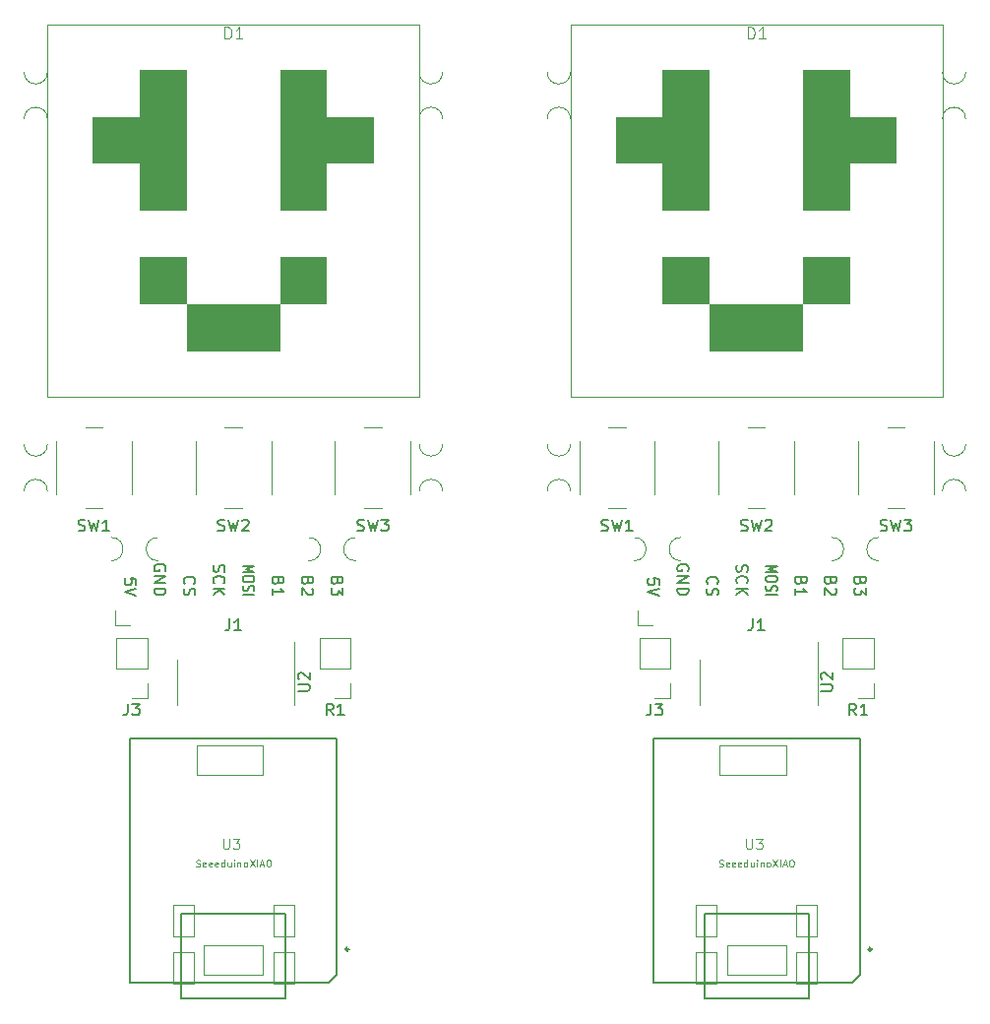
<source format=gbr>
%TF.GenerationSoftware,KiCad,Pcbnew,7.0.8*%
%TF.CreationDate,2024-02-08T03:58:00-08:00*%
%TF.ProjectId,panel,70616e65-6c2e-46b6-9963-61645f706362,rev?*%
%TF.SameCoordinates,Original*%
%TF.FileFunction,Legend,Top*%
%TF.FilePolarity,Positive*%
%FSLAX46Y46*%
G04 Gerber Fmt 4.6, Leading zero omitted, Abs format (unit mm)*
G04 Created by KiCad (PCBNEW 7.0.8) date 2024-02-08 03:58:00*
%MOMM*%
%LPD*%
G01*
G04 APERTURE LIST*
%ADD10C,0.150000*%
%ADD11C,0.100000*%
%ADD12C,0.101600*%
%ADD13C,0.076200*%
%ADD14C,0.120000*%
%ADD15C,0.127000*%
%ADD16C,0.066040*%
%ADD17C,0.254000*%
G04 APERTURE END LIST*
D10*
X132398990Y-76754363D02*
X132351371Y-76897220D01*
X132351371Y-76897220D02*
X132303752Y-76944839D01*
X132303752Y-76944839D02*
X132208514Y-76992458D01*
X132208514Y-76992458D02*
X132065657Y-76992458D01*
X132065657Y-76992458D02*
X131970419Y-76944839D01*
X131970419Y-76944839D02*
X131922800Y-76897220D01*
X131922800Y-76897220D02*
X131875180Y-76801982D01*
X131875180Y-76801982D02*
X131875180Y-76421030D01*
X131875180Y-76421030D02*
X132875180Y-76421030D01*
X132875180Y-76421030D02*
X132875180Y-76754363D01*
X132875180Y-76754363D02*
X132827561Y-76849601D01*
X132827561Y-76849601D02*
X132779942Y-76897220D01*
X132779942Y-76897220D02*
X132684704Y-76944839D01*
X132684704Y-76944839D02*
X132589466Y-76944839D01*
X132589466Y-76944839D02*
X132494228Y-76897220D01*
X132494228Y-76897220D02*
X132446609Y-76849601D01*
X132446609Y-76849601D02*
X132398990Y-76754363D01*
X132398990Y-76754363D02*
X132398990Y-76421030D01*
X132779942Y-77373411D02*
X132827561Y-77421030D01*
X132827561Y-77421030D02*
X132875180Y-77516268D01*
X132875180Y-77516268D02*
X132875180Y-77754363D01*
X132875180Y-77754363D02*
X132827561Y-77849601D01*
X132827561Y-77849601D02*
X132779942Y-77897220D01*
X132779942Y-77897220D02*
X132684704Y-77944839D01*
X132684704Y-77944839D02*
X132589466Y-77944839D01*
X132589466Y-77944839D02*
X132446609Y-77897220D01*
X132446609Y-77897220D02*
X131875180Y-77325792D01*
X131875180Y-77325792D02*
X131875180Y-77944839D01*
X165127561Y-75849601D02*
X165175180Y-75754363D01*
X165175180Y-75754363D02*
X165175180Y-75611506D01*
X165175180Y-75611506D02*
X165127561Y-75468649D01*
X165127561Y-75468649D02*
X165032323Y-75373411D01*
X165032323Y-75373411D02*
X164937085Y-75325792D01*
X164937085Y-75325792D02*
X164746609Y-75278173D01*
X164746609Y-75278173D02*
X164603752Y-75278173D01*
X164603752Y-75278173D02*
X164413276Y-75325792D01*
X164413276Y-75325792D02*
X164318038Y-75373411D01*
X164318038Y-75373411D02*
X164222800Y-75468649D01*
X164222800Y-75468649D02*
X164175180Y-75611506D01*
X164175180Y-75611506D02*
X164175180Y-75706744D01*
X164175180Y-75706744D02*
X164222800Y-75849601D01*
X164222800Y-75849601D02*
X164270419Y-75897220D01*
X164270419Y-75897220D02*
X164603752Y-75897220D01*
X164603752Y-75897220D02*
X164603752Y-75706744D01*
X164175180Y-76325792D02*
X165175180Y-76325792D01*
X165175180Y-76325792D02*
X164175180Y-76897220D01*
X164175180Y-76897220D02*
X165175180Y-76897220D01*
X164175180Y-77373411D02*
X165175180Y-77373411D01*
X165175180Y-77373411D02*
X165175180Y-77611506D01*
X165175180Y-77611506D02*
X165127561Y-77754363D01*
X165127561Y-77754363D02*
X165032323Y-77849601D01*
X165032323Y-77849601D02*
X164937085Y-77897220D01*
X164937085Y-77897220D02*
X164746609Y-77944839D01*
X164746609Y-77944839D02*
X164603752Y-77944839D01*
X164603752Y-77944839D02*
X164413276Y-77897220D01*
X164413276Y-77897220D02*
X164318038Y-77849601D01*
X164318038Y-77849601D02*
X164222800Y-77754363D01*
X164222800Y-77754363D02*
X164175180Y-77611506D01*
X164175180Y-77611506D02*
X164175180Y-77373411D01*
X121810419Y-76992458D02*
X121762800Y-76944839D01*
X121762800Y-76944839D02*
X121715180Y-76801982D01*
X121715180Y-76801982D02*
X121715180Y-76706744D01*
X121715180Y-76706744D02*
X121762800Y-76563887D01*
X121762800Y-76563887D02*
X121858038Y-76468649D01*
X121858038Y-76468649D02*
X121953276Y-76421030D01*
X121953276Y-76421030D02*
X122143752Y-76373411D01*
X122143752Y-76373411D02*
X122286609Y-76373411D01*
X122286609Y-76373411D02*
X122477085Y-76421030D01*
X122477085Y-76421030D02*
X122572323Y-76468649D01*
X122572323Y-76468649D02*
X122667561Y-76563887D01*
X122667561Y-76563887D02*
X122715180Y-76706744D01*
X122715180Y-76706744D02*
X122715180Y-76801982D01*
X122715180Y-76801982D02*
X122667561Y-76944839D01*
X122667561Y-76944839D02*
X122619942Y-76992458D01*
X121762800Y-77373411D02*
X121715180Y-77516268D01*
X121715180Y-77516268D02*
X121715180Y-77754363D01*
X121715180Y-77754363D02*
X121762800Y-77849601D01*
X121762800Y-77849601D02*
X121810419Y-77897220D01*
X121810419Y-77897220D02*
X121905657Y-77944839D01*
X121905657Y-77944839D02*
X122000895Y-77944839D01*
X122000895Y-77944839D02*
X122096133Y-77897220D01*
X122096133Y-77897220D02*
X122143752Y-77849601D01*
X122143752Y-77849601D02*
X122191371Y-77754363D01*
X122191371Y-77754363D02*
X122238990Y-77563887D01*
X122238990Y-77563887D02*
X122286609Y-77468649D01*
X122286609Y-77468649D02*
X122334228Y-77421030D01*
X122334228Y-77421030D02*
X122429466Y-77373411D01*
X122429466Y-77373411D02*
X122524704Y-77373411D01*
X122524704Y-77373411D02*
X122619942Y-77421030D01*
X122619942Y-77421030D02*
X122667561Y-77468649D01*
X122667561Y-77468649D02*
X122715180Y-77563887D01*
X122715180Y-77563887D02*
X122715180Y-77801982D01*
X122715180Y-77801982D02*
X122667561Y-77944839D01*
X126795180Y-75430554D02*
X127795180Y-75430554D01*
X127795180Y-75430554D02*
X127080895Y-75697220D01*
X127080895Y-75697220D02*
X127795180Y-75963887D01*
X127795180Y-75963887D02*
X126795180Y-75963887D01*
X127795180Y-76497221D02*
X127795180Y-76649602D01*
X127795180Y-76649602D02*
X127747561Y-76725792D01*
X127747561Y-76725792D02*
X127652323Y-76801983D01*
X127652323Y-76801983D02*
X127461847Y-76840078D01*
X127461847Y-76840078D02*
X127128514Y-76840078D01*
X127128514Y-76840078D02*
X126938038Y-76801983D01*
X126938038Y-76801983D02*
X126842800Y-76725792D01*
X126842800Y-76725792D02*
X126795180Y-76649602D01*
X126795180Y-76649602D02*
X126795180Y-76497221D01*
X126795180Y-76497221D02*
X126842800Y-76421030D01*
X126842800Y-76421030D02*
X126938038Y-76344840D01*
X126938038Y-76344840D02*
X127128514Y-76306744D01*
X127128514Y-76306744D02*
X127461847Y-76306744D01*
X127461847Y-76306744D02*
X127652323Y-76344840D01*
X127652323Y-76344840D02*
X127747561Y-76421030D01*
X127747561Y-76421030D02*
X127795180Y-76497221D01*
X126842800Y-77144839D02*
X126795180Y-77259125D01*
X126795180Y-77259125D02*
X126795180Y-77449601D01*
X126795180Y-77449601D02*
X126842800Y-77525792D01*
X126842800Y-77525792D02*
X126890419Y-77563887D01*
X126890419Y-77563887D02*
X126985657Y-77601982D01*
X126985657Y-77601982D02*
X127080895Y-77601982D01*
X127080895Y-77601982D02*
X127176133Y-77563887D01*
X127176133Y-77563887D02*
X127223752Y-77525792D01*
X127223752Y-77525792D02*
X127271371Y-77449601D01*
X127271371Y-77449601D02*
X127318990Y-77297220D01*
X127318990Y-77297220D02*
X127366609Y-77221030D01*
X127366609Y-77221030D02*
X127414228Y-77182935D01*
X127414228Y-77182935D02*
X127509466Y-77144839D01*
X127509466Y-77144839D02*
X127604704Y-77144839D01*
X127604704Y-77144839D02*
X127699942Y-77182935D01*
X127699942Y-77182935D02*
X127747561Y-77221030D01*
X127747561Y-77221030D02*
X127795180Y-77297220D01*
X127795180Y-77297220D02*
X127795180Y-77487697D01*
X127795180Y-77487697D02*
X127747561Y-77601982D01*
X126795180Y-77944840D02*
X127795180Y-77944840D01*
X169302800Y-75373411D02*
X169255180Y-75516268D01*
X169255180Y-75516268D02*
X169255180Y-75754363D01*
X169255180Y-75754363D02*
X169302800Y-75849601D01*
X169302800Y-75849601D02*
X169350419Y-75897220D01*
X169350419Y-75897220D02*
X169445657Y-75944839D01*
X169445657Y-75944839D02*
X169540895Y-75944839D01*
X169540895Y-75944839D02*
X169636133Y-75897220D01*
X169636133Y-75897220D02*
X169683752Y-75849601D01*
X169683752Y-75849601D02*
X169731371Y-75754363D01*
X169731371Y-75754363D02*
X169778990Y-75563887D01*
X169778990Y-75563887D02*
X169826609Y-75468649D01*
X169826609Y-75468649D02*
X169874228Y-75421030D01*
X169874228Y-75421030D02*
X169969466Y-75373411D01*
X169969466Y-75373411D02*
X170064704Y-75373411D01*
X170064704Y-75373411D02*
X170159942Y-75421030D01*
X170159942Y-75421030D02*
X170207561Y-75468649D01*
X170207561Y-75468649D02*
X170255180Y-75563887D01*
X170255180Y-75563887D02*
X170255180Y-75801982D01*
X170255180Y-75801982D02*
X170207561Y-75944839D01*
X169350419Y-76944839D02*
X169302800Y-76897220D01*
X169302800Y-76897220D02*
X169255180Y-76754363D01*
X169255180Y-76754363D02*
X169255180Y-76659125D01*
X169255180Y-76659125D02*
X169302800Y-76516268D01*
X169302800Y-76516268D02*
X169398038Y-76421030D01*
X169398038Y-76421030D02*
X169493276Y-76373411D01*
X169493276Y-76373411D02*
X169683752Y-76325792D01*
X169683752Y-76325792D02*
X169826609Y-76325792D01*
X169826609Y-76325792D02*
X170017085Y-76373411D01*
X170017085Y-76373411D02*
X170112323Y-76421030D01*
X170112323Y-76421030D02*
X170207561Y-76516268D01*
X170207561Y-76516268D02*
X170255180Y-76659125D01*
X170255180Y-76659125D02*
X170255180Y-76754363D01*
X170255180Y-76754363D02*
X170207561Y-76897220D01*
X170207561Y-76897220D02*
X170159942Y-76944839D01*
X169255180Y-77373411D02*
X170255180Y-77373411D01*
X169255180Y-77944839D02*
X169826609Y-77516268D01*
X170255180Y-77944839D02*
X169683752Y-77373411D01*
X129858990Y-76754363D02*
X129811371Y-76897220D01*
X129811371Y-76897220D02*
X129763752Y-76944839D01*
X129763752Y-76944839D02*
X129668514Y-76992458D01*
X129668514Y-76992458D02*
X129525657Y-76992458D01*
X129525657Y-76992458D02*
X129430419Y-76944839D01*
X129430419Y-76944839D02*
X129382800Y-76897220D01*
X129382800Y-76897220D02*
X129335180Y-76801982D01*
X129335180Y-76801982D02*
X129335180Y-76421030D01*
X129335180Y-76421030D02*
X130335180Y-76421030D01*
X130335180Y-76421030D02*
X130335180Y-76754363D01*
X130335180Y-76754363D02*
X130287561Y-76849601D01*
X130287561Y-76849601D02*
X130239942Y-76897220D01*
X130239942Y-76897220D02*
X130144704Y-76944839D01*
X130144704Y-76944839D02*
X130049466Y-76944839D01*
X130049466Y-76944839D02*
X129954228Y-76897220D01*
X129954228Y-76897220D02*
X129906609Y-76849601D01*
X129906609Y-76849601D02*
X129858990Y-76754363D01*
X129858990Y-76754363D02*
X129858990Y-76421030D01*
X129335180Y-77944839D02*
X129335180Y-77373411D01*
X129335180Y-77659125D02*
X130335180Y-77659125D01*
X130335180Y-77659125D02*
X130192323Y-77563887D01*
X130192323Y-77563887D02*
X130097085Y-77468649D01*
X130097085Y-77468649D02*
X130049466Y-77373411D01*
X124302800Y-75373411D02*
X124255180Y-75516268D01*
X124255180Y-75516268D02*
X124255180Y-75754363D01*
X124255180Y-75754363D02*
X124302800Y-75849601D01*
X124302800Y-75849601D02*
X124350419Y-75897220D01*
X124350419Y-75897220D02*
X124445657Y-75944839D01*
X124445657Y-75944839D02*
X124540895Y-75944839D01*
X124540895Y-75944839D02*
X124636133Y-75897220D01*
X124636133Y-75897220D02*
X124683752Y-75849601D01*
X124683752Y-75849601D02*
X124731371Y-75754363D01*
X124731371Y-75754363D02*
X124778990Y-75563887D01*
X124778990Y-75563887D02*
X124826609Y-75468649D01*
X124826609Y-75468649D02*
X124874228Y-75421030D01*
X124874228Y-75421030D02*
X124969466Y-75373411D01*
X124969466Y-75373411D02*
X125064704Y-75373411D01*
X125064704Y-75373411D02*
X125159942Y-75421030D01*
X125159942Y-75421030D02*
X125207561Y-75468649D01*
X125207561Y-75468649D02*
X125255180Y-75563887D01*
X125255180Y-75563887D02*
X125255180Y-75801982D01*
X125255180Y-75801982D02*
X125207561Y-75944839D01*
X124350419Y-76944839D02*
X124302800Y-76897220D01*
X124302800Y-76897220D02*
X124255180Y-76754363D01*
X124255180Y-76754363D02*
X124255180Y-76659125D01*
X124255180Y-76659125D02*
X124302800Y-76516268D01*
X124302800Y-76516268D02*
X124398038Y-76421030D01*
X124398038Y-76421030D02*
X124493276Y-76373411D01*
X124493276Y-76373411D02*
X124683752Y-76325792D01*
X124683752Y-76325792D02*
X124826609Y-76325792D01*
X124826609Y-76325792D02*
X125017085Y-76373411D01*
X125017085Y-76373411D02*
X125112323Y-76421030D01*
X125112323Y-76421030D02*
X125207561Y-76516268D01*
X125207561Y-76516268D02*
X125255180Y-76659125D01*
X125255180Y-76659125D02*
X125255180Y-76754363D01*
X125255180Y-76754363D02*
X125207561Y-76897220D01*
X125207561Y-76897220D02*
X125159942Y-76944839D01*
X124255180Y-77373411D02*
X125255180Y-77373411D01*
X124255180Y-77944839D02*
X124826609Y-77516268D01*
X125255180Y-77944839D02*
X124683752Y-77373411D01*
X134938990Y-76754363D02*
X134891371Y-76897220D01*
X134891371Y-76897220D02*
X134843752Y-76944839D01*
X134843752Y-76944839D02*
X134748514Y-76992458D01*
X134748514Y-76992458D02*
X134605657Y-76992458D01*
X134605657Y-76992458D02*
X134510419Y-76944839D01*
X134510419Y-76944839D02*
X134462800Y-76897220D01*
X134462800Y-76897220D02*
X134415180Y-76801982D01*
X134415180Y-76801982D02*
X134415180Y-76421030D01*
X134415180Y-76421030D02*
X135415180Y-76421030D01*
X135415180Y-76421030D02*
X135415180Y-76754363D01*
X135415180Y-76754363D02*
X135367561Y-76849601D01*
X135367561Y-76849601D02*
X135319942Y-76897220D01*
X135319942Y-76897220D02*
X135224704Y-76944839D01*
X135224704Y-76944839D02*
X135129466Y-76944839D01*
X135129466Y-76944839D02*
X135034228Y-76897220D01*
X135034228Y-76897220D02*
X134986609Y-76849601D01*
X134986609Y-76849601D02*
X134938990Y-76754363D01*
X134938990Y-76754363D02*
X134938990Y-76421030D01*
X135415180Y-77325792D02*
X135415180Y-77944839D01*
X135415180Y-77944839D02*
X135034228Y-77611506D01*
X135034228Y-77611506D02*
X135034228Y-77754363D01*
X135034228Y-77754363D02*
X134986609Y-77849601D01*
X134986609Y-77849601D02*
X134938990Y-77897220D01*
X134938990Y-77897220D02*
X134843752Y-77944839D01*
X134843752Y-77944839D02*
X134605657Y-77944839D01*
X134605657Y-77944839D02*
X134510419Y-77897220D01*
X134510419Y-77897220D02*
X134462800Y-77849601D01*
X134462800Y-77849601D02*
X134415180Y-77754363D01*
X134415180Y-77754363D02*
X134415180Y-77468649D01*
X134415180Y-77468649D02*
X134462800Y-77373411D01*
X134462800Y-77373411D02*
X134510419Y-77325792D01*
X166810419Y-76992458D02*
X166762800Y-76944839D01*
X166762800Y-76944839D02*
X166715180Y-76801982D01*
X166715180Y-76801982D02*
X166715180Y-76706744D01*
X166715180Y-76706744D02*
X166762800Y-76563887D01*
X166762800Y-76563887D02*
X166858038Y-76468649D01*
X166858038Y-76468649D02*
X166953276Y-76421030D01*
X166953276Y-76421030D02*
X167143752Y-76373411D01*
X167143752Y-76373411D02*
X167286609Y-76373411D01*
X167286609Y-76373411D02*
X167477085Y-76421030D01*
X167477085Y-76421030D02*
X167572323Y-76468649D01*
X167572323Y-76468649D02*
X167667561Y-76563887D01*
X167667561Y-76563887D02*
X167715180Y-76706744D01*
X167715180Y-76706744D02*
X167715180Y-76801982D01*
X167715180Y-76801982D02*
X167667561Y-76944839D01*
X167667561Y-76944839D02*
X167619942Y-76992458D01*
X166762800Y-77373411D02*
X166715180Y-77516268D01*
X166715180Y-77516268D02*
X166715180Y-77754363D01*
X166715180Y-77754363D02*
X166762800Y-77849601D01*
X166762800Y-77849601D02*
X166810419Y-77897220D01*
X166810419Y-77897220D02*
X166905657Y-77944839D01*
X166905657Y-77944839D02*
X167000895Y-77944839D01*
X167000895Y-77944839D02*
X167096133Y-77897220D01*
X167096133Y-77897220D02*
X167143752Y-77849601D01*
X167143752Y-77849601D02*
X167191371Y-77754363D01*
X167191371Y-77754363D02*
X167238990Y-77563887D01*
X167238990Y-77563887D02*
X167286609Y-77468649D01*
X167286609Y-77468649D02*
X167334228Y-77421030D01*
X167334228Y-77421030D02*
X167429466Y-77373411D01*
X167429466Y-77373411D02*
X167524704Y-77373411D01*
X167524704Y-77373411D02*
X167619942Y-77421030D01*
X167619942Y-77421030D02*
X167667561Y-77468649D01*
X167667561Y-77468649D02*
X167715180Y-77563887D01*
X167715180Y-77563887D02*
X167715180Y-77801982D01*
X167715180Y-77801982D02*
X167667561Y-77944839D01*
X162635180Y-77040077D02*
X162635180Y-76563887D01*
X162635180Y-76563887D02*
X162158990Y-76516268D01*
X162158990Y-76516268D02*
X162206609Y-76563887D01*
X162206609Y-76563887D02*
X162254228Y-76659125D01*
X162254228Y-76659125D02*
X162254228Y-76897220D01*
X162254228Y-76897220D02*
X162206609Y-76992458D01*
X162206609Y-76992458D02*
X162158990Y-77040077D01*
X162158990Y-77040077D02*
X162063752Y-77087696D01*
X162063752Y-77087696D02*
X161825657Y-77087696D01*
X161825657Y-77087696D02*
X161730419Y-77040077D01*
X161730419Y-77040077D02*
X161682800Y-76992458D01*
X161682800Y-76992458D02*
X161635180Y-76897220D01*
X161635180Y-76897220D02*
X161635180Y-76659125D01*
X161635180Y-76659125D02*
X161682800Y-76563887D01*
X161682800Y-76563887D02*
X161730419Y-76516268D01*
X162635180Y-77373411D02*
X161635180Y-77706744D01*
X161635180Y-77706744D02*
X162635180Y-78040077D01*
X174858990Y-76754363D02*
X174811371Y-76897220D01*
X174811371Y-76897220D02*
X174763752Y-76944839D01*
X174763752Y-76944839D02*
X174668514Y-76992458D01*
X174668514Y-76992458D02*
X174525657Y-76992458D01*
X174525657Y-76992458D02*
X174430419Y-76944839D01*
X174430419Y-76944839D02*
X174382800Y-76897220D01*
X174382800Y-76897220D02*
X174335180Y-76801982D01*
X174335180Y-76801982D02*
X174335180Y-76421030D01*
X174335180Y-76421030D02*
X175335180Y-76421030D01*
X175335180Y-76421030D02*
X175335180Y-76754363D01*
X175335180Y-76754363D02*
X175287561Y-76849601D01*
X175287561Y-76849601D02*
X175239942Y-76897220D01*
X175239942Y-76897220D02*
X175144704Y-76944839D01*
X175144704Y-76944839D02*
X175049466Y-76944839D01*
X175049466Y-76944839D02*
X174954228Y-76897220D01*
X174954228Y-76897220D02*
X174906609Y-76849601D01*
X174906609Y-76849601D02*
X174858990Y-76754363D01*
X174858990Y-76754363D02*
X174858990Y-76421030D01*
X174335180Y-77944839D02*
X174335180Y-77373411D01*
X174335180Y-77659125D02*
X175335180Y-77659125D01*
X175335180Y-77659125D02*
X175192323Y-77563887D01*
X175192323Y-77563887D02*
X175097085Y-77468649D01*
X175097085Y-77468649D02*
X175049466Y-77373411D01*
X179938990Y-76754363D02*
X179891371Y-76897220D01*
X179891371Y-76897220D02*
X179843752Y-76944839D01*
X179843752Y-76944839D02*
X179748514Y-76992458D01*
X179748514Y-76992458D02*
X179605657Y-76992458D01*
X179605657Y-76992458D02*
X179510419Y-76944839D01*
X179510419Y-76944839D02*
X179462800Y-76897220D01*
X179462800Y-76897220D02*
X179415180Y-76801982D01*
X179415180Y-76801982D02*
X179415180Y-76421030D01*
X179415180Y-76421030D02*
X180415180Y-76421030D01*
X180415180Y-76421030D02*
X180415180Y-76754363D01*
X180415180Y-76754363D02*
X180367561Y-76849601D01*
X180367561Y-76849601D02*
X180319942Y-76897220D01*
X180319942Y-76897220D02*
X180224704Y-76944839D01*
X180224704Y-76944839D02*
X180129466Y-76944839D01*
X180129466Y-76944839D02*
X180034228Y-76897220D01*
X180034228Y-76897220D02*
X179986609Y-76849601D01*
X179986609Y-76849601D02*
X179938990Y-76754363D01*
X179938990Y-76754363D02*
X179938990Y-76421030D01*
X180415180Y-77325792D02*
X180415180Y-77944839D01*
X180415180Y-77944839D02*
X180034228Y-77611506D01*
X180034228Y-77611506D02*
X180034228Y-77754363D01*
X180034228Y-77754363D02*
X179986609Y-77849601D01*
X179986609Y-77849601D02*
X179938990Y-77897220D01*
X179938990Y-77897220D02*
X179843752Y-77944839D01*
X179843752Y-77944839D02*
X179605657Y-77944839D01*
X179605657Y-77944839D02*
X179510419Y-77897220D01*
X179510419Y-77897220D02*
X179462800Y-77849601D01*
X179462800Y-77849601D02*
X179415180Y-77754363D01*
X179415180Y-77754363D02*
X179415180Y-77468649D01*
X179415180Y-77468649D02*
X179462800Y-77373411D01*
X179462800Y-77373411D02*
X179510419Y-77325792D01*
X177398990Y-76754363D02*
X177351371Y-76897220D01*
X177351371Y-76897220D02*
X177303752Y-76944839D01*
X177303752Y-76944839D02*
X177208514Y-76992458D01*
X177208514Y-76992458D02*
X177065657Y-76992458D01*
X177065657Y-76992458D02*
X176970419Y-76944839D01*
X176970419Y-76944839D02*
X176922800Y-76897220D01*
X176922800Y-76897220D02*
X176875180Y-76801982D01*
X176875180Y-76801982D02*
X176875180Y-76421030D01*
X176875180Y-76421030D02*
X177875180Y-76421030D01*
X177875180Y-76421030D02*
X177875180Y-76754363D01*
X177875180Y-76754363D02*
X177827561Y-76849601D01*
X177827561Y-76849601D02*
X177779942Y-76897220D01*
X177779942Y-76897220D02*
X177684704Y-76944839D01*
X177684704Y-76944839D02*
X177589466Y-76944839D01*
X177589466Y-76944839D02*
X177494228Y-76897220D01*
X177494228Y-76897220D02*
X177446609Y-76849601D01*
X177446609Y-76849601D02*
X177398990Y-76754363D01*
X177398990Y-76754363D02*
X177398990Y-76421030D01*
X177779942Y-77373411D02*
X177827561Y-77421030D01*
X177827561Y-77421030D02*
X177875180Y-77516268D01*
X177875180Y-77516268D02*
X177875180Y-77754363D01*
X177875180Y-77754363D02*
X177827561Y-77849601D01*
X177827561Y-77849601D02*
X177779942Y-77897220D01*
X177779942Y-77897220D02*
X177684704Y-77944839D01*
X177684704Y-77944839D02*
X177589466Y-77944839D01*
X177589466Y-77944839D02*
X177446609Y-77897220D01*
X177446609Y-77897220D02*
X176875180Y-77325792D01*
X176875180Y-77325792D02*
X176875180Y-77944839D01*
X117635180Y-77040077D02*
X117635180Y-76563887D01*
X117635180Y-76563887D02*
X117158990Y-76516268D01*
X117158990Y-76516268D02*
X117206609Y-76563887D01*
X117206609Y-76563887D02*
X117254228Y-76659125D01*
X117254228Y-76659125D02*
X117254228Y-76897220D01*
X117254228Y-76897220D02*
X117206609Y-76992458D01*
X117206609Y-76992458D02*
X117158990Y-77040077D01*
X117158990Y-77040077D02*
X117063752Y-77087696D01*
X117063752Y-77087696D02*
X116825657Y-77087696D01*
X116825657Y-77087696D02*
X116730419Y-77040077D01*
X116730419Y-77040077D02*
X116682800Y-76992458D01*
X116682800Y-76992458D02*
X116635180Y-76897220D01*
X116635180Y-76897220D02*
X116635180Y-76659125D01*
X116635180Y-76659125D02*
X116682800Y-76563887D01*
X116682800Y-76563887D02*
X116730419Y-76516268D01*
X117635180Y-77373411D02*
X116635180Y-77706744D01*
X116635180Y-77706744D02*
X117635180Y-78040077D01*
X120127561Y-75849601D02*
X120175180Y-75754363D01*
X120175180Y-75754363D02*
X120175180Y-75611506D01*
X120175180Y-75611506D02*
X120127561Y-75468649D01*
X120127561Y-75468649D02*
X120032323Y-75373411D01*
X120032323Y-75373411D02*
X119937085Y-75325792D01*
X119937085Y-75325792D02*
X119746609Y-75278173D01*
X119746609Y-75278173D02*
X119603752Y-75278173D01*
X119603752Y-75278173D02*
X119413276Y-75325792D01*
X119413276Y-75325792D02*
X119318038Y-75373411D01*
X119318038Y-75373411D02*
X119222800Y-75468649D01*
X119222800Y-75468649D02*
X119175180Y-75611506D01*
X119175180Y-75611506D02*
X119175180Y-75706744D01*
X119175180Y-75706744D02*
X119222800Y-75849601D01*
X119222800Y-75849601D02*
X119270419Y-75897220D01*
X119270419Y-75897220D02*
X119603752Y-75897220D01*
X119603752Y-75897220D02*
X119603752Y-75706744D01*
X119175180Y-76325792D02*
X120175180Y-76325792D01*
X120175180Y-76325792D02*
X119175180Y-76897220D01*
X119175180Y-76897220D02*
X120175180Y-76897220D01*
X119175180Y-77373411D02*
X120175180Y-77373411D01*
X120175180Y-77373411D02*
X120175180Y-77611506D01*
X120175180Y-77611506D02*
X120127561Y-77754363D01*
X120127561Y-77754363D02*
X120032323Y-77849601D01*
X120032323Y-77849601D02*
X119937085Y-77897220D01*
X119937085Y-77897220D02*
X119746609Y-77944839D01*
X119746609Y-77944839D02*
X119603752Y-77944839D01*
X119603752Y-77944839D02*
X119413276Y-77897220D01*
X119413276Y-77897220D02*
X119318038Y-77849601D01*
X119318038Y-77849601D02*
X119222800Y-77754363D01*
X119222800Y-77754363D02*
X119175180Y-77611506D01*
X119175180Y-77611506D02*
X119175180Y-77373411D01*
X171795180Y-75430554D02*
X172795180Y-75430554D01*
X172795180Y-75430554D02*
X172080895Y-75697220D01*
X172080895Y-75697220D02*
X172795180Y-75963887D01*
X172795180Y-75963887D02*
X171795180Y-75963887D01*
X172795180Y-76497221D02*
X172795180Y-76649602D01*
X172795180Y-76649602D02*
X172747561Y-76725792D01*
X172747561Y-76725792D02*
X172652323Y-76801983D01*
X172652323Y-76801983D02*
X172461847Y-76840078D01*
X172461847Y-76840078D02*
X172128514Y-76840078D01*
X172128514Y-76840078D02*
X171938038Y-76801983D01*
X171938038Y-76801983D02*
X171842800Y-76725792D01*
X171842800Y-76725792D02*
X171795180Y-76649602D01*
X171795180Y-76649602D02*
X171795180Y-76497221D01*
X171795180Y-76497221D02*
X171842800Y-76421030D01*
X171842800Y-76421030D02*
X171938038Y-76344840D01*
X171938038Y-76344840D02*
X172128514Y-76306744D01*
X172128514Y-76306744D02*
X172461847Y-76306744D01*
X172461847Y-76306744D02*
X172652323Y-76344840D01*
X172652323Y-76344840D02*
X172747561Y-76421030D01*
X172747561Y-76421030D02*
X172795180Y-76497221D01*
X171842800Y-77144839D02*
X171795180Y-77259125D01*
X171795180Y-77259125D02*
X171795180Y-77449601D01*
X171795180Y-77449601D02*
X171842800Y-77525792D01*
X171842800Y-77525792D02*
X171890419Y-77563887D01*
X171890419Y-77563887D02*
X171985657Y-77601982D01*
X171985657Y-77601982D02*
X172080895Y-77601982D01*
X172080895Y-77601982D02*
X172176133Y-77563887D01*
X172176133Y-77563887D02*
X172223752Y-77525792D01*
X172223752Y-77525792D02*
X172271371Y-77449601D01*
X172271371Y-77449601D02*
X172318990Y-77297220D01*
X172318990Y-77297220D02*
X172366609Y-77221030D01*
X172366609Y-77221030D02*
X172414228Y-77182935D01*
X172414228Y-77182935D02*
X172509466Y-77144839D01*
X172509466Y-77144839D02*
X172604704Y-77144839D01*
X172604704Y-77144839D02*
X172699942Y-77182935D01*
X172699942Y-77182935D02*
X172747561Y-77221030D01*
X172747561Y-77221030D02*
X172795180Y-77297220D01*
X172795180Y-77297220D02*
X172795180Y-77487697D01*
X172795180Y-77487697D02*
X172747561Y-77601982D01*
X171795180Y-77944840D02*
X172795180Y-77944840D01*
X170666666Y-79974819D02*
X170666666Y-80689104D01*
X170666666Y-80689104D02*
X170619047Y-80831961D01*
X170619047Y-80831961D02*
X170523809Y-80927200D01*
X170523809Y-80927200D02*
X170380952Y-80974819D01*
X170380952Y-80974819D02*
X170285714Y-80974819D01*
X171666666Y-80974819D02*
X171095238Y-80974819D01*
X171380952Y-80974819D02*
X171380952Y-79974819D01*
X171380952Y-79974819D02*
X171285714Y-80117676D01*
X171285714Y-80117676D02*
X171190476Y-80212914D01*
X171190476Y-80212914D02*
X171095238Y-80260533D01*
X176549819Y-86186904D02*
X177359342Y-86186904D01*
X177359342Y-86186904D02*
X177454580Y-86139285D01*
X177454580Y-86139285D02*
X177502200Y-86091666D01*
X177502200Y-86091666D02*
X177549819Y-85996428D01*
X177549819Y-85996428D02*
X177549819Y-85805952D01*
X177549819Y-85805952D02*
X177502200Y-85710714D01*
X177502200Y-85710714D02*
X177454580Y-85663095D01*
X177454580Y-85663095D02*
X177359342Y-85615476D01*
X177359342Y-85615476D02*
X176549819Y-85615476D01*
X176645057Y-85186904D02*
X176597438Y-85139285D01*
X176597438Y-85139285D02*
X176549819Y-85044047D01*
X176549819Y-85044047D02*
X176549819Y-84805952D01*
X176549819Y-84805952D02*
X176597438Y-84710714D01*
X176597438Y-84710714D02*
X176645057Y-84663095D01*
X176645057Y-84663095D02*
X176740295Y-84615476D01*
X176740295Y-84615476D02*
X176835533Y-84615476D01*
X176835533Y-84615476D02*
X176978390Y-84663095D01*
X176978390Y-84663095D02*
X177549819Y-85234523D01*
X177549819Y-85234523D02*
X177549819Y-84615476D01*
D11*
X170261905Y-30107419D02*
X170261905Y-29107419D01*
X170261905Y-29107419D02*
X170500000Y-29107419D01*
X170500000Y-29107419D02*
X170642857Y-29155038D01*
X170642857Y-29155038D02*
X170738095Y-29250276D01*
X170738095Y-29250276D02*
X170785714Y-29345514D01*
X170785714Y-29345514D02*
X170833333Y-29535990D01*
X170833333Y-29535990D02*
X170833333Y-29678847D01*
X170833333Y-29678847D02*
X170785714Y-29869323D01*
X170785714Y-29869323D02*
X170738095Y-29964561D01*
X170738095Y-29964561D02*
X170642857Y-30059800D01*
X170642857Y-30059800D02*
X170500000Y-30107419D01*
X170500000Y-30107419D02*
X170261905Y-30107419D01*
X171785714Y-30107419D02*
X171214286Y-30107419D01*
X171500000Y-30107419D02*
X171500000Y-29107419D01*
X171500000Y-29107419D02*
X171404762Y-29250276D01*
X171404762Y-29250276D02*
X171309524Y-29345514D01*
X171309524Y-29345514D02*
X171214286Y-29393133D01*
D10*
X181666667Y-72407200D02*
X181809524Y-72454819D01*
X181809524Y-72454819D02*
X182047619Y-72454819D01*
X182047619Y-72454819D02*
X182142857Y-72407200D01*
X182142857Y-72407200D02*
X182190476Y-72359580D01*
X182190476Y-72359580D02*
X182238095Y-72264342D01*
X182238095Y-72264342D02*
X182238095Y-72169104D01*
X182238095Y-72169104D02*
X182190476Y-72073866D01*
X182190476Y-72073866D02*
X182142857Y-72026247D01*
X182142857Y-72026247D02*
X182047619Y-71978628D01*
X182047619Y-71978628D02*
X181857143Y-71931009D01*
X181857143Y-71931009D02*
X181761905Y-71883390D01*
X181761905Y-71883390D02*
X181714286Y-71835771D01*
X181714286Y-71835771D02*
X181666667Y-71740533D01*
X181666667Y-71740533D02*
X181666667Y-71645295D01*
X181666667Y-71645295D02*
X181714286Y-71550057D01*
X181714286Y-71550057D02*
X181761905Y-71502438D01*
X181761905Y-71502438D02*
X181857143Y-71454819D01*
X181857143Y-71454819D02*
X182095238Y-71454819D01*
X182095238Y-71454819D02*
X182238095Y-71502438D01*
X182571429Y-71454819D02*
X182809524Y-72454819D01*
X182809524Y-72454819D02*
X183000000Y-71740533D01*
X183000000Y-71740533D02*
X183190476Y-72454819D01*
X183190476Y-72454819D02*
X183428572Y-71454819D01*
X183714286Y-71454819D02*
X184333333Y-71454819D01*
X184333333Y-71454819D02*
X184000000Y-71835771D01*
X184000000Y-71835771D02*
X184142857Y-71835771D01*
X184142857Y-71835771D02*
X184238095Y-71883390D01*
X184238095Y-71883390D02*
X184285714Y-71931009D01*
X184285714Y-71931009D02*
X184333333Y-72026247D01*
X184333333Y-72026247D02*
X184333333Y-72264342D01*
X184333333Y-72264342D02*
X184285714Y-72359580D01*
X184285714Y-72359580D02*
X184238095Y-72407200D01*
X184238095Y-72407200D02*
X184142857Y-72454819D01*
X184142857Y-72454819D02*
X183857143Y-72454819D01*
X183857143Y-72454819D02*
X183761905Y-72407200D01*
X183761905Y-72407200D02*
X183714286Y-72359580D01*
X112666667Y-72407200D02*
X112809524Y-72454819D01*
X112809524Y-72454819D02*
X113047619Y-72454819D01*
X113047619Y-72454819D02*
X113142857Y-72407200D01*
X113142857Y-72407200D02*
X113190476Y-72359580D01*
X113190476Y-72359580D02*
X113238095Y-72264342D01*
X113238095Y-72264342D02*
X113238095Y-72169104D01*
X113238095Y-72169104D02*
X113190476Y-72073866D01*
X113190476Y-72073866D02*
X113142857Y-72026247D01*
X113142857Y-72026247D02*
X113047619Y-71978628D01*
X113047619Y-71978628D02*
X112857143Y-71931009D01*
X112857143Y-71931009D02*
X112761905Y-71883390D01*
X112761905Y-71883390D02*
X112714286Y-71835771D01*
X112714286Y-71835771D02*
X112666667Y-71740533D01*
X112666667Y-71740533D02*
X112666667Y-71645295D01*
X112666667Y-71645295D02*
X112714286Y-71550057D01*
X112714286Y-71550057D02*
X112761905Y-71502438D01*
X112761905Y-71502438D02*
X112857143Y-71454819D01*
X112857143Y-71454819D02*
X113095238Y-71454819D01*
X113095238Y-71454819D02*
X113238095Y-71502438D01*
X113571429Y-71454819D02*
X113809524Y-72454819D01*
X113809524Y-72454819D02*
X114000000Y-71740533D01*
X114000000Y-71740533D02*
X114190476Y-72454819D01*
X114190476Y-72454819D02*
X114428572Y-71454819D01*
X115333333Y-72454819D02*
X114761905Y-72454819D01*
X115047619Y-72454819D02*
X115047619Y-71454819D01*
X115047619Y-71454819D02*
X114952381Y-71597676D01*
X114952381Y-71597676D02*
X114857143Y-71692914D01*
X114857143Y-71692914D02*
X114761905Y-71740533D01*
X125666666Y-79974819D02*
X125666666Y-80689104D01*
X125666666Y-80689104D02*
X125619047Y-80831961D01*
X125619047Y-80831961D02*
X125523809Y-80927200D01*
X125523809Y-80927200D02*
X125380952Y-80974819D01*
X125380952Y-80974819D02*
X125285714Y-80974819D01*
X126666666Y-80974819D02*
X126095238Y-80974819D01*
X126380952Y-80974819D02*
X126380952Y-79974819D01*
X126380952Y-79974819D02*
X126285714Y-80117676D01*
X126285714Y-80117676D02*
X126190476Y-80212914D01*
X126190476Y-80212914D02*
X126095238Y-80260533D01*
D11*
X125261905Y-30107419D02*
X125261905Y-29107419D01*
X125261905Y-29107419D02*
X125500000Y-29107419D01*
X125500000Y-29107419D02*
X125642857Y-29155038D01*
X125642857Y-29155038D02*
X125738095Y-29250276D01*
X125738095Y-29250276D02*
X125785714Y-29345514D01*
X125785714Y-29345514D02*
X125833333Y-29535990D01*
X125833333Y-29535990D02*
X125833333Y-29678847D01*
X125833333Y-29678847D02*
X125785714Y-29869323D01*
X125785714Y-29869323D02*
X125738095Y-29964561D01*
X125738095Y-29964561D02*
X125642857Y-30059800D01*
X125642857Y-30059800D02*
X125500000Y-30107419D01*
X125500000Y-30107419D02*
X125261905Y-30107419D01*
X126785714Y-30107419D02*
X126214286Y-30107419D01*
X126500000Y-30107419D02*
X126500000Y-29107419D01*
X126500000Y-29107419D02*
X126404762Y-29250276D01*
X126404762Y-29250276D02*
X126309524Y-29345514D01*
X126309524Y-29345514D02*
X126214286Y-29393133D01*
D10*
X161916666Y-87284819D02*
X161916666Y-87999104D01*
X161916666Y-87999104D02*
X161869047Y-88141961D01*
X161869047Y-88141961D02*
X161773809Y-88237200D01*
X161773809Y-88237200D02*
X161630952Y-88284819D01*
X161630952Y-88284819D02*
X161535714Y-88284819D01*
X162297619Y-87284819D02*
X162916666Y-87284819D01*
X162916666Y-87284819D02*
X162583333Y-87665771D01*
X162583333Y-87665771D02*
X162726190Y-87665771D01*
X162726190Y-87665771D02*
X162821428Y-87713390D01*
X162821428Y-87713390D02*
X162869047Y-87761009D01*
X162869047Y-87761009D02*
X162916666Y-87856247D01*
X162916666Y-87856247D02*
X162916666Y-88094342D01*
X162916666Y-88094342D02*
X162869047Y-88189580D01*
X162869047Y-88189580D02*
X162821428Y-88237200D01*
X162821428Y-88237200D02*
X162726190Y-88284819D01*
X162726190Y-88284819D02*
X162440476Y-88284819D01*
X162440476Y-88284819D02*
X162345238Y-88237200D01*
X162345238Y-88237200D02*
X162297619Y-88189580D01*
X124666667Y-72407200D02*
X124809524Y-72454819D01*
X124809524Y-72454819D02*
X125047619Y-72454819D01*
X125047619Y-72454819D02*
X125142857Y-72407200D01*
X125142857Y-72407200D02*
X125190476Y-72359580D01*
X125190476Y-72359580D02*
X125238095Y-72264342D01*
X125238095Y-72264342D02*
X125238095Y-72169104D01*
X125238095Y-72169104D02*
X125190476Y-72073866D01*
X125190476Y-72073866D02*
X125142857Y-72026247D01*
X125142857Y-72026247D02*
X125047619Y-71978628D01*
X125047619Y-71978628D02*
X124857143Y-71931009D01*
X124857143Y-71931009D02*
X124761905Y-71883390D01*
X124761905Y-71883390D02*
X124714286Y-71835771D01*
X124714286Y-71835771D02*
X124666667Y-71740533D01*
X124666667Y-71740533D02*
X124666667Y-71645295D01*
X124666667Y-71645295D02*
X124714286Y-71550057D01*
X124714286Y-71550057D02*
X124761905Y-71502438D01*
X124761905Y-71502438D02*
X124857143Y-71454819D01*
X124857143Y-71454819D02*
X125095238Y-71454819D01*
X125095238Y-71454819D02*
X125238095Y-71502438D01*
X125571429Y-71454819D02*
X125809524Y-72454819D01*
X125809524Y-72454819D02*
X126000000Y-71740533D01*
X126000000Y-71740533D02*
X126190476Y-72454819D01*
X126190476Y-72454819D02*
X126428572Y-71454819D01*
X126761905Y-71550057D02*
X126809524Y-71502438D01*
X126809524Y-71502438D02*
X126904762Y-71454819D01*
X126904762Y-71454819D02*
X127142857Y-71454819D01*
X127142857Y-71454819D02*
X127238095Y-71502438D01*
X127238095Y-71502438D02*
X127285714Y-71550057D01*
X127285714Y-71550057D02*
X127333333Y-71645295D01*
X127333333Y-71645295D02*
X127333333Y-71740533D01*
X127333333Y-71740533D02*
X127285714Y-71883390D01*
X127285714Y-71883390D02*
X126714286Y-72454819D01*
X126714286Y-72454819D02*
X127333333Y-72454819D01*
D12*
X170107146Y-98885295D02*
X170107146Y-99604962D01*
X170107146Y-99604962D02*
X170149480Y-99689628D01*
X170149480Y-99689628D02*
X170191813Y-99731962D01*
X170191813Y-99731962D02*
X170276480Y-99774295D01*
X170276480Y-99774295D02*
X170445813Y-99774295D01*
X170445813Y-99774295D02*
X170530480Y-99731962D01*
X170530480Y-99731962D02*
X170572813Y-99689628D01*
X170572813Y-99689628D02*
X170615146Y-99604962D01*
X170615146Y-99604962D02*
X170615146Y-98885295D01*
X170953813Y-98885295D02*
X171504146Y-98885295D01*
X171504146Y-98885295D02*
X171207813Y-99223962D01*
X171207813Y-99223962D02*
X171334813Y-99223962D01*
X171334813Y-99223962D02*
X171419479Y-99266295D01*
X171419479Y-99266295D02*
X171461813Y-99308628D01*
X171461813Y-99308628D02*
X171504146Y-99393295D01*
X171504146Y-99393295D02*
X171504146Y-99604962D01*
X171504146Y-99604962D02*
X171461813Y-99689628D01*
X171461813Y-99689628D02*
X171419479Y-99731962D01*
X171419479Y-99731962D02*
X171334813Y-99774295D01*
X171334813Y-99774295D02*
X171080813Y-99774295D01*
X171080813Y-99774295D02*
X170996146Y-99731962D01*
X170996146Y-99731962D02*
X170953813Y-99689628D01*
D13*
X167786719Y-101294021D02*
X167873805Y-101323049D01*
X167873805Y-101323049D02*
X168018947Y-101323049D01*
X168018947Y-101323049D02*
X168077005Y-101294021D01*
X168077005Y-101294021D02*
X168106033Y-101264992D01*
X168106033Y-101264992D02*
X168135062Y-101206935D01*
X168135062Y-101206935D02*
X168135062Y-101148878D01*
X168135062Y-101148878D02*
X168106033Y-101090821D01*
X168106033Y-101090821D02*
X168077005Y-101061792D01*
X168077005Y-101061792D02*
X168018947Y-101032763D01*
X168018947Y-101032763D02*
X167902833Y-101003735D01*
X167902833Y-101003735D02*
X167844776Y-100974706D01*
X167844776Y-100974706D02*
X167815747Y-100945678D01*
X167815747Y-100945678D02*
X167786719Y-100887621D01*
X167786719Y-100887621D02*
X167786719Y-100829563D01*
X167786719Y-100829563D02*
X167815747Y-100771506D01*
X167815747Y-100771506D02*
X167844776Y-100742478D01*
X167844776Y-100742478D02*
X167902833Y-100713449D01*
X167902833Y-100713449D02*
X168047976Y-100713449D01*
X168047976Y-100713449D02*
X168135062Y-100742478D01*
X168628547Y-101294021D02*
X168570490Y-101323049D01*
X168570490Y-101323049D02*
X168454376Y-101323049D01*
X168454376Y-101323049D02*
X168396318Y-101294021D01*
X168396318Y-101294021D02*
X168367290Y-101235963D01*
X168367290Y-101235963D02*
X168367290Y-101003735D01*
X168367290Y-101003735D02*
X168396318Y-100945678D01*
X168396318Y-100945678D02*
X168454376Y-100916649D01*
X168454376Y-100916649D02*
X168570490Y-100916649D01*
X168570490Y-100916649D02*
X168628547Y-100945678D01*
X168628547Y-100945678D02*
X168657576Y-101003735D01*
X168657576Y-101003735D02*
X168657576Y-101061792D01*
X168657576Y-101061792D02*
X168367290Y-101119849D01*
X169151061Y-101294021D02*
X169093004Y-101323049D01*
X169093004Y-101323049D02*
X168976890Y-101323049D01*
X168976890Y-101323049D02*
X168918832Y-101294021D01*
X168918832Y-101294021D02*
X168889804Y-101235963D01*
X168889804Y-101235963D02*
X168889804Y-101003735D01*
X168889804Y-101003735D02*
X168918832Y-100945678D01*
X168918832Y-100945678D02*
X168976890Y-100916649D01*
X168976890Y-100916649D02*
X169093004Y-100916649D01*
X169093004Y-100916649D02*
X169151061Y-100945678D01*
X169151061Y-100945678D02*
X169180090Y-101003735D01*
X169180090Y-101003735D02*
X169180090Y-101061792D01*
X169180090Y-101061792D02*
X168889804Y-101119849D01*
X169673575Y-101294021D02*
X169615518Y-101323049D01*
X169615518Y-101323049D02*
X169499404Y-101323049D01*
X169499404Y-101323049D02*
X169441346Y-101294021D01*
X169441346Y-101294021D02*
X169412318Y-101235963D01*
X169412318Y-101235963D02*
X169412318Y-101003735D01*
X169412318Y-101003735D02*
X169441346Y-100945678D01*
X169441346Y-100945678D02*
X169499404Y-100916649D01*
X169499404Y-100916649D02*
X169615518Y-100916649D01*
X169615518Y-100916649D02*
X169673575Y-100945678D01*
X169673575Y-100945678D02*
X169702604Y-101003735D01*
X169702604Y-101003735D02*
X169702604Y-101061792D01*
X169702604Y-101061792D02*
X169412318Y-101119849D01*
X170225118Y-101323049D02*
X170225118Y-100713449D01*
X170225118Y-101294021D02*
X170167060Y-101323049D01*
X170167060Y-101323049D02*
X170050946Y-101323049D01*
X170050946Y-101323049D02*
X169992889Y-101294021D01*
X169992889Y-101294021D02*
X169963860Y-101264992D01*
X169963860Y-101264992D02*
X169934832Y-101206935D01*
X169934832Y-101206935D02*
X169934832Y-101032763D01*
X169934832Y-101032763D02*
X169963860Y-100974706D01*
X169963860Y-100974706D02*
X169992889Y-100945678D01*
X169992889Y-100945678D02*
X170050946Y-100916649D01*
X170050946Y-100916649D02*
X170167060Y-100916649D01*
X170167060Y-100916649D02*
X170225118Y-100945678D01*
X170776661Y-100916649D02*
X170776661Y-101323049D01*
X170515403Y-100916649D02*
X170515403Y-101235963D01*
X170515403Y-101235963D02*
X170544432Y-101294021D01*
X170544432Y-101294021D02*
X170602489Y-101323049D01*
X170602489Y-101323049D02*
X170689575Y-101323049D01*
X170689575Y-101323049D02*
X170747632Y-101294021D01*
X170747632Y-101294021D02*
X170776661Y-101264992D01*
X171066946Y-101323049D02*
X171066946Y-100916649D01*
X171066946Y-100713449D02*
X171037918Y-100742478D01*
X171037918Y-100742478D02*
X171066946Y-100771506D01*
X171066946Y-100771506D02*
X171095975Y-100742478D01*
X171095975Y-100742478D02*
X171066946Y-100713449D01*
X171066946Y-100713449D02*
X171066946Y-100771506D01*
X171357232Y-100916649D02*
X171357232Y-101323049D01*
X171357232Y-100974706D02*
X171386261Y-100945678D01*
X171386261Y-100945678D02*
X171444318Y-100916649D01*
X171444318Y-100916649D02*
X171531404Y-100916649D01*
X171531404Y-100916649D02*
X171589461Y-100945678D01*
X171589461Y-100945678D02*
X171618490Y-101003735D01*
X171618490Y-101003735D02*
X171618490Y-101323049D01*
X171995861Y-101323049D02*
X171937804Y-101294021D01*
X171937804Y-101294021D02*
X171908775Y-101264992D01*
X171908775Y-101264992D02*
X171879747Y-101206935D01*
X171879747Y-101206935D02*
X171879747Y-101032763D01*
X171879747Y-101032763D02*
X171908775Y-100974706D01*
X171908775Y-100974706D02*
X171937804Y-100945678D01*
X171937804Y-100945678D02*
X171995861Y-100916649D01*
X171995861Y-100916649D02*
X172082947Y-100916649D01*
X172082947Y-100916649D02*
X172141004Y-100945678D01*
X172141004Y-100945678D02*
X172170033Y-100974706D01*
X172170033Y-100974706D02*
X172199061Y-101032763D01*
X172199061Y-101032763D02*
X172199061Y-101206935D01*
X172199061Y-101206935D02*
X172170033Y-101264992D01*
X172170033Y-101264992D02*
X172141004Y-101294021D01*
X172141004Y-101294021D02*
X172082947Y-101323049D01*
X172082947Y-101323049D02*
X171995861Y-101323049D01*
X172402261Y-100713449D02*
X172808661Y-101323049D01*
X172808661Y-100713449D02*
X172402261Y-101323049D01*
X173040889Y-101323049D02*
X173040889Y-100713449D01*
X173302147Y-101148878D02*
X173592433Y-101148878D01*
X173244090Y-101323049D02*
X173447290Y-100713449D01*
X173447290Y-100713449D02*
X173650490Y-101323049D01*
X173969804Y-100713449D02*
X174085918Y-100713449D01*
X174085918Y-100713449D02*
X174143975Y-100742478D01*
X174143975Y-100742478D02*
X174202032Y-100800535D01*
X174202032Y-100800535D02*
X174231061Y-100916649D01*
X174231061Y-100916649D02*
X174231061Y-101119849D01*
X174231061Y-101119849D02*
X174202032Y-101235963D01*
X174202032Y-101235963D02*
X174143975Y-101294021D01*
X174143975Y-101294021D02*
X174085918Y-101323049D01*
X174085918Y-101323049D02*
X173969804Y-101323049D01*
X173969804Y-101323049D02*
X173911747Y-101294021D01*
X173911747Y-101294021D02*
X173853689Y-101235963D01*
X173853689Y-101235963D02*
X173824661Y-101119849D01*
X173824661Y-101119849D02*
X173824661Y-100916649D01*
X173824661Y-100916649D02*
X173853689Y-100800535D01*
X173853689Y-100800535D02*
X173911747Y-100742478D01*
X173911747Y-100742478D02*
X173969804Y-100713449D01*
D10*
X179583333Y-88284819D02*
X179250000Y-87808628D01*
X179011905Y-88284819D02*
X179011905Y-87284819D01*
X179011905Y-87284819D02*
X179392857Y-87284819D01*
X179392857Y-87284819D02*
X179488095Y-87332438D01*
X179488095Y-87332438D02*
X179535714Y-87380057D01*
X179535714Y-87380057D02*
X179583333Y-87475295D01*
X179583333Y-87475295D02*
X179583333Y-87618152D01*
X179583333Y-87618152D02*
X179535714Y-87713390D01*
X179535714Y-87713390D02*
X179488095Y-87761009D01*
X179488095Y-87761009D02*
X179392857Y-87808628D01*
X179392857Y-87808628D02*
X179011905Y-87808628D01*
X180535714Y-88284819D02*
X179964286Y-88284819D01*
X180250000Y-88284819D02*
X180250000Y-87284819D01*
X180250000Y-87284819D02*
X180154762Y-87427676D01*
X180154762Y-87427676D02*
X180059524Y-87522914D01*
X180059524Y-87522914D02*
X179964286Y-87570533D01*
D12*
X125107146Y-98885295D02*
X125107146Y-99604962D01*
X125107146Y-99604962D02*
X125149480Y-99689628D01*
X125149480Y-99689628D02*
X125191813Y-99731962D01*
X125191813Y-99731962D02*
X125276480Y-99774295D01*
X125276480Y-99774295D02*
X125445813Y-99774295D01*
X125445813Y-99774295D02*
X125530480Y-99731962D01*
X125530480Y-99731962D02*
X125572813Y-99689628D01*
X125572813Y-99689628D02*
X125615146Y-99604962D01*
X125615146Y-99604962D02*
X125615146Y-98885295D01*
X125953813Y-98885295D02*
X126504146Y-98885295D01*
X126504146Y-98885295D02*
X126207813Y-99223962D01*
X126207813Y-99223962D02*
X126334813Y-99223962D01*
X126334813Y-99223962D02*
X126419479Y-99266295D01*
X126419479Y-99266295D02*
X126461813Y-99308628D01*
X126461813Y-99308628D02*
X126504146Y-99393295D01*
X126504146Y-99393295D02*
X126504146Y-99604962D01*
X126504146Y-99604962D02*
X126461813Y-99689628D01*
X126461813Y-99689628D02*
X126419479Y-99731962D01*
X126419479Y-99731962D02*
X126334813Y-99774295D01*
X126334813Y-99774295D02*
X126080813Y-99774295D01*
X126080813Y-99774295D02*
X125996146Y-99731962D01*
X125996146Y-99731962D02*
X125953813Y-99689628D01*
D13*
X122786719Y-101294021D02*
X122873805Y-101323049D01*
X122873805Y-101323049D02*
X123018947Y-101323049D01*
X123018947Y-101323049D02*
X123077005Y-101294021D01*
X123077005Y-101294021D02*
X123106033Y-101264992D01*
X123106033Y-101264992D02*
X123135062Y-101206935D01*
X123135062Y-101206935D02*
X123135062Y-101148878D01*
X123135062Y-101148878D02*
X123106033Y-101090821D01*
X123106033Y-101090821D02*
X123077005Y-101061792D01*
X123077005Y-101061792D02*
X123018947Y-101032763D01*
X123018947Y-101032763D02*
X122902833Y-101003735D01*
X122902833Y-101003735D02*
X122844776Y-100974706D01*
X122844776Y-100974706D02*
X122815747Y-100945678D01*
X122815747Y-100945678D02*
X122786719Y-100887621D01*
X122786719Y-100887621D02*
X122786719Y-100829563D01*
X122786719Y-100829563D02*
X122815747Y-100771506D01*
X122815747Y-100771506D02*
X122844776Y-100742478D01*
X122844776Y-100742478D02*
X122902833Y-100713449D01*
X122902833Y-100713449D02*
X123047976Y-100713449D01*
X123047976Y-100713449D02*
X123135062Y-100742478D01*
X123628547Y-101294021D02*
X123570490Y-101323049D01*
X123570490Y-101323049D02*
X123454376Y-101323049D01*
X123454376Y-101323049D02*
X123396318Y-101294021D01*
X123396318Y-101294021D02*
X123367290Y-101235963D01*
X123367290Y-101235963D02*
X123367290Y-101003735D01*
X123367290Y-101003735D02*
X123396318Y-100945678D01*
X123396318Y-100945678D02*
X123454376Y-100916649D01*
X123454376Y-100916649D02*
X123570490Y-100916649D01*
X123570490Y-100916649D02*
X123628547Y-100945678D01*
X123628547Y-100945678D02*
X123657576Y-101003735D01*
X123657576Y-101003735D02*
X123657576Y-101061792D01*
X123657576Y-101061792D02*
X123367290Y-101119849D01*
X124151061Y-101294021D02*
X124093004Y-101323049D01*
X124093004Y-101323049D02*
X123976890Y-101323049D01*
X123976890Y-101323049D02*
X123918832Y-101294021D01*
X123918832Y-101294021D02*
X123889804Y-101235963D01*
X123889804Y-101235963D02*
X123889804Y-101003735D01*
X123889804Y-101003735D02*
X123918832Y-100945678D01*
X123918832Y-100945678D02*
X123976890Y-100916649D01*
X123976890Y-100916649D02*
X124093004Y-100916649D01*
X124093004Y-100916649D02*
X124151061Y-100945678D01*
X124151061Y-100945678D02*
X124180090Y-101003735D01*
X124180090Y-101003735D02*
X124180090Y-101061792D01*
X124180090Y-101061792D02*
X123889804Y-101119849D01*
X124673575Y-101294021D02*
X124615518Y-101323049D01*
X124615518Y-101323049D02*
X124499404Y-101323049D01*
X124499404Y-101323049D02*
X124441346Y-101294021D01*
X124441346Y-101294021D02*
X124412318Y-101235963D01*
X124412318Y-101235963D02*
X124412318Y-101003735D01*
X124412318Y-101003735D02*
X124441346Y-100945678D01*
X124441346Y-100945678D02*
X124499404Y-100916649D01*
X124499404Y-100916649D02*
X124615518Y-100916649D01*
X124615518Y-100916649D02*
X124673575Y-100945678D01*
X124673575Y-100945678D02*
X124702604Y-101003735D01*
X124702604Y-101003735D02*
X124702604Y-101061792D01*
X124702604Y-101061792D02*
X124412318Y-101119849D01*
X125225118Y-101323049D02*
X125225118Y-100713449D01*
X125225118Y-101294021D02*
X125167060Y-101323049D01*
X125167060Y-101323049D02*
X125050946Y-101323049D01*
X125050946Y-101323049D02*
X124992889Y-101294021D01*
X124992889Y-101294021D02*
X124963860Y-101264992D01*
X124963860Y-101264992D02*
X124934832Y-101206935D01*
X124934832Y-101206935D02*
X124934832Y-101032763D01*
X124934832Y-101032763D02*
X124963860Y-100974706D01*
X124963860Y-100974706D02*
X124992889Y-100945678D01*
X124992889Y-100945678D02*
X125050946Y-100916649D01*
X125050946Y-100916649D02*
X125167060Y-100916649D01*
X125167060Y-100916649D02*
X125225118Y-100945678D01*
X125776661Y-100916649D02*
X125776661Y-101323049D01*
X125515403Y-100916649D02*
X125515403Y-101235963D01*
X125515403Y-101235963D02*
X125544432Y-101294021D01*
X125544432Y-101294021D02*
X125602489Y-101323049D01*
X125602489Y-101323049D02*
X125689575Y-101323049D01*
X125689575Y-101323049D02*
X125747632Y-101294021D01*
X125747632Y-101294021D02*
X125776661Y-101264992D01*
X126066946Y-101323049D02*
X126066946Y-100916649D01*
X126066946Y-100713449D02*
X126037918Y-100742478D01*
X126037918Y-100742478D02*
X126066946Y-100771506D01*
X126066946Y-100771506D02*
X126095975Y-100742478D01*
X126095975Y-100742478D02*
X126066946Y-100713449D01*
X126066946Y-100713449D02*
X126066946Y-100771506D01*
X126357232Y-100916649D02*
X126357232Y-101323049D01*
X126357232Y-100974706D02*
X126386261Y-100945678D01*
X126386261Y-100945678D02*
X126444318Y-100916649D01*
X126444318Y-100916649D02*
X126531404Y-100916649D01*
X126531404Y-100916649D02*
X126589461Y-100945678D01*
X126589461Y-100945678D02*
X126618490Y-101003735D01*
X126618490Y-101003735D02*
X126618490Y-101323049D01*
X126995861Y-101323049D02*
X126937804Y-101294021D01*
X126937804Y-101294021D02*
X126908775Y-101264992D01*
X126908775Y-101264992D02*
X126879747Y-101206935D01*
X126879747Y-101206935D02*
X126879747Y-101032763D01*
X126879747Y-101032763D02*
X126908775Y-100974706D01*
X126908775Y-100974706D02*
X126937804Y-100945678D01*
X126937804Y-100945678D02*
X126995861Y-100916649D01*
X126995861Y-100916649D02*
X127082947Y-100916649D01*
X127082947Y-100916649D02*
X127141004Y-100945678D01*
X127141004Y-100945678D02*
X127170033Y-100974706D01*
X127170033Y-100974706D02*
X127199061Y-101032763D01*
X127199061Y-101032763D02*
X127199061Y-101206935D01*
X127199061Y-101206935D02*
X127170033Y-101264992D01*
X127170033Y-101264992D02*
X127141004Y-101294021D01*
X127141004Y-101294021D02*
X127082947Y-101323049D01*
X127082947Y-101323049D02*
X126995861Y-101323049D01*
X127402261Y-100713449D02*
X127808661Y-101323049D01*
X127808661Y-100713449D02*
X127402261Y-101323049D01*
X128040889Y-101323049D02*
X128040889Y-100713449D01*
X128302147Y-101148878D02*
X128592433Y-101148878D01*
X128244090Y-101323049D02*
X128447290Y-100713449D01*
X128447290Y-100713449D02*
X128650490Y-101323049D01*
X128969804Y-100713449D02*
X129085918Y-100713449D01*
X129085918Y-100713449D02*
X129143975Y-100742478D01*
X129143975Y-100742478D02*
X129202032Y-100800535D01*
X129202032Y-100800535D02*
X129231061Y-100916649D01*
X129231061Y-100916649D02*
X129231061Y-101119849D01*
X129231061Y-101119849D02*
X129202032Y-101235963D01*
X129202032Y-101235963D02*
X129143975Y-101294021D01*
X129143975Y-101294021D02*
X129085918Y-101323049D01*
X129085918Y-101323049D02*
X128969804Y-101323049D01*
X128969804Y-101323049D02*
X128911747Y-101294021D01*
X128911747Y-101294021D02*
X128853689Y-101235963D01*
X128853689Y-101235963D02*
X128824661Y-101119849D01*
X128824661Y-101119849D02*
X128824661Y-100916649D01*
X128824661Y-100916649D02*
X128853689Y-100800535D01*
X128853689Y-100800535D02*
X128911747Y-100742478D01*
X128911747Y-100742478D02*
X128969804Y-100713449D01*
D10*
X157666667Y-72407200D02*
X157809524Y-72454819D01*
X157809524Y-72454819D02*
X158047619Y-72454819D01*
X158047619Y-72454819D02*
X158142857Y-72407200D01*
X158142857Y-72407200D02*
X158190476Y-72359580D01*
X158190476Y-72359580D02*
X158238095Y-72264342D01*
X158238095Y-72264342D02*
X158238095Y-72169104D01*
X158238095Y-72169104D02*
X158190476Y-72073866D01*
X158190476Y-72073866D02*
X158142857Y-72026247D01*
X158142857Y-72026247D02*
X158047619Y-71978628D01*
X158047619Y-71978628D02*
X157857143Y-71931009D01*
X157857143Y-71931009D02*
X157761905Y-71883390D01*
X157761905Y-71883390D02*
X157714286Y-71835771D01*
X157714286Y-71835771D02*
X157666667Y-71740533D01*
X157666667Y-71740533D02*
X157666667Y-71645295D01*
X157666667Y-71645295D02*
X157714286Y-71550057D01*
X157714286Y-71550057D02*
X157761905Y-71502438D01*
X157761905Y-71502438D02*
X157857143Y-71454819D01*
X157857143Y-71454819D02*
X158095238Y-71454819D01*
X158095238Y-71454819D02*
X158238095Y-71502438D01*
X158571429Y-71454819D02*
X158809524Y-72454819D01*
X158809524Y-72454819D02*
X159000000Y-71740533D01*
X159000000Y-71740533D02*
X159190476Y-72454819D01*
X159190476Y-72454819D02*
X159428572Y-71454819D01*
X160333333Y-72454819D02*
X159761905Y-72454819D01*
X160047619Y-72454819D02*
X160047619Y-71454819D01*
X160047619Y-71454819D02*
X159952381Y-71597676D01*
X159952381Y-71597676D02*
X159857143Y-71692914D01*
X159857143Y-71692914D02*
X159761905Y-71740533D01*
X169666667Y-72407200D02*
X169809524Y-72454819D01*
X169809524Y-72454819D02*
X170047619Y-72454819D01*
X170047619Y-72454819D02*
X170142857Y-72407200D01*
X170142857Y-72407200D02*
X170190476Y-72359580D01*
X170190476Y-72359580D02*
X170238095Y-72264342D01*
X170238095Y-72264342D02*
X170238095Y-72169104D01*
X170238095Y-72169104D02*
X170190476Y-72073866D01*
X170190476Y-72073866D02*
X170142857Y-72026247D01*
X170142857Y-72026247D02*
X170047619Y-71978628D01*
X170047619Y-71978628D02*
X169857143Y-71931009D01*
X169857143Y-71931009D02*
X169761905Y-71883390D01*
X169761905Y-71883390D02*
X169714286Y-71835771D01*
X169714286Y-71835771D02*
X169666667Y-71740533D01*
X169666667Y-71740533D02*
X169666667Y-71645295D01*
X169666667Y-71645295D02*
X169714286Y-71550057D01*
X169714286Y-71550057D02*
X169761905Y-71502438D01*
X169761905Y-71502438D02*
X169857143Y-71454819D01*
X169857143Y-71454819D02*
X170095238Y-71454819D01*
X170095238Y-71454819D02*
X170238095Y-71502438D01*
X170571429Y-71454819D02*
X170809524Y-72454819D01*
X170809524Y-72454819D02*
X171000000Y-71740533D01*
X171000000Y-71740533D02*
X171190476Y-72454819D01*
X171190476Y-72454819D02*
X171428572Y-71454819D01*
X171761905Y-71550057D02*
X171809524Y-71502438D01*
X171809524Y-71502438D02*
X171904762Y-71454819D01*
X171904762Y-71454819D02*
X172142857Y-71454819D01*
X172142857Y-71454819D02*
X172238095Y-71502438D01*
X172238095Y-71502438D02*
X172285714Y-71550057D01*
X172285714Y-71550057D02*
X172333333Y-71645295D01*
X172333333Y-71645295D02*
X172333333Y-71740533D01*
X172333333Y-71740533D02*
X172285714Y-71883390D01*
X172285714Y-71883390D02*
X171714286Y-72454819D01*
X171714286Y-72454819D02*
X172333333Y-72454819D01*
X131549819Y-86186904D02*
X132359342Y-86186904D01*
X132359342Y-86186904D02*
X132454580Y-86139285D01*
X132454580Y-86139285D02*
X132502200Y-86091666D01*
X132502200Y-86091666D02*
X132549819Y-85996428D01*
X132549819Y-85996428D02*
X132549819Y-85805952D01*
X132549819Y-85805952D02*
X132502200Y-85710714D01*
X132502200Y-85710714D02*
X132454580Y-85663095D01*
X132454580Y-85663095D02*
X132359342Y-85615476D01*
X132359342Y-85615476D02*
X131549819Y-85615476D01*
X131645057Y-85186904D02*
X131597438Y-85139285D01*
X131597438Y-85139285D02*
X131549819Y-85044047D01*
X131549819Y-85044047D02*
X131549819Y-84805952D01*
X131549819Y-84805952D02*
X131597438Y-84710714D01*
X131597438Y-84710714D02*
X131645057Y-84663095D01*
X131645057Y-84663095D02*
X131740295Y-84615476D01*
X131740295Y-84615476D02*
X131835533Y-84615476D01*
X131835533Y-84615476D02*
X131978390Y-84663095D01*
X131978390Y-84663095D02*
X132549819Y-85234523D01*
X132549819Y-85234523D02*
X132549819Y-84615476D01*
X116916666Y-87284819D02*
X116916666Y-87999104D01*
X116916666Y-87999104D02*
X116869047Y-88141961D01*
X116869047Y-88141961D02*
X116773809Y-88237200D01*
X116773809Y-88237200D02*
X116630952Y-88284819D01*
X116630952Y-88284819D02*
X116535714Y-88284819D01*
X117297619Y-87284819D02*
X117916666Y-87284819D01*
X117916666Y-87284819D02*
X117583333Y-87665771D01*
X117583333Y-87665771D02*
X117726190Y-87665771D01*
X117726190Y-87665771D02*
X117821428Y-87713390D01*
X117821428Y-87713390D02*
X117869047Y-87761009D01*
X117869047Y-87761009D02*
X117916666Y-87856247D01*
X117916666Y-87856247D02*
X117916666Y-88094342D01*
X117916666Y-88094342D02*
X117869047Y-88189580D01*
X117869047Y-88189580D02*
X117821428Y-88237200D01*
X117821428Y-88237200D02*
X117726190Y-88284819D01*
X117726190Y-88284819D02*
X117440476Y-88284819D01*
X117440476Y-88284819D02*
X117345238Y-88237200D01*
X117345238Y-88237200D02*
X117297619Y-88189580D01*
X134583333Y-88284819D02*
X134250000Y-87808628D01*
X134011905Y-88284819D02*
X134011905Y-87284819D01*
X134011905Y-87284819D02*
X134392857Y-87284819D01*
X134392857Y-87284819D02*
X134488095Y-87332438D01*
X134488095Y-87332438D02*
X134535714Y-87380057D01*
X134535714Y-87380057D02*
X134583333Y-87475295D01*
X134583333Y-87475295D02*
X134583333Y-87618152D01*
X134583333Y-87618152D02*
X134535714Y-87713390D01*
X134535714Y-87713390D02*
X134488095Y-87761009D01*
X134488095Y-87761009D02*
X134392857Y-87808628D01*
X134392857Y-87808628D02*
X134011905Y-87808628D01*
X135535714Y-88284819D02*
X134964286Y-88284819D01*
X135250000Y-88284819D02*
X135250000Y-87284819D01*
X135250000Y-87284819D02*
X135154762Y-87427676D01*
X135154762Y-87427676D02*
X135059524Y-87522914D01*
X135059524Y-87522914D02*
X134964286Y-87570533D01*
X136666667Y-72407200D02*
X136809524Y-72454819D01*
X136809524Y-72454819D02*
X137047619Y-72454819D01*
X137047619Y-72454819D02*
X137142857Y-72407200D01*
X137142857Y-72407200D02*
X137190476Y-72359580D01*
X137190476Y-72359580D02*
X137238095Y-72264342D01*
X137238095Y-72264342D02*
X137238095Y-72169104D01*
X137238095Y-72169104D02*
X137190476Y-72073866D01*
X137190476Y-72073866D02*
X137142857Y-72026247D01*
X137142857Y-72026247D02*
X137047619Y-71978628D01*
X137047619Y-71978628D02*
X136857143Y-71931009D01*
X136857143Y-71931009D02*
X136761905Y-71883390D01*
X136761905Y-71883390D02*
X136714286Y-71835771D01*
X136714286Y-71835771D02*
X136666667Y-71740533D01*
X136666667Y-71740533D02*
X136666667Y-71645295D01*
X136666667Y-71645295D02*
X136714286Y-71550057D01*
X136714286Y-71550057D02*
X136761905Y-71502438D01*
X136761905Y-71502438D02*
X136857143Y-71454819D01*
X136857143Y-71454819D02*
X137095238Y-71454819D01*
X137095238Y-71454819D02*
X137238095Y-71502438D01*
X137571429Y-71454819D02*
X137809524Y-72454819D01*
X137809524Y-72454819D02*
X138000000Y-71740533D01*
X138000000Y-71740533D02*
X138190476Y-72454819D01*
X138190476Y-72454819D02*
X138428572Y-71454819D01*
X138714286Y-71454819D02*
X139333333Y-71454819D01*
X139333333Y-71454819D02*
X139000000Y-71835771D01*
X139000000Y-71835771D02*
X139142857Y-71835771D01*
X139142857Y-71835771D02*
X139238095Y-71883390D01*
X139238095Y-71883390D02*
X139285714Y-71931009D01*
X139285714Y-71931009D02*
X139333333Y-72026247D01*
X139333333Y-72026247D02*
X139333333Y-72264342D01*
X139333333Y-72264342D02*
X139285714Y-72359580D01*
X139285714Y-72359580D02*
X139238095Y-72407200D01*
X139238095Y-72407200D02*
X139142857Y-72454819D01*
X139142857Y-72454819D02*
X138857143Y-72454819D01*
X138857143Y-72454819D02*
X138761905Y-72407200D01*
X138761905Y-72407200D02*
X138714286Y-72359580D01*
D11*
%TO.C,mouse-bite-2mm-slot*%
X110000000Y-37000000D02*
G75*
G03*
X108000000Y-37000000I-1000000J0D01*
G01*
X108000000Y-33000000D02*
G75*
G03*
X110000000Y-33000000I1000000J0D01*
G01*
%TO.C,G\u002A\u002A\u002A*%
G36*
X166968254Y-38842381D02*
G01*
X166968254Y-44890000D01*
X164952381Y-44890000D01*
X162936508Y-44890000D01*
X162936508Y-42874127D01*
X162936508Y-40858254D01*
X160920635Y-40858254D01*
X158904762Y-40858254D01*
X158904762Y-38842381D01*
X158904762Y-36826508D01*
X160920635Y-36826508D01*
X162936508Y-36826508D01*
X162936508Y-34810635D01*
X162936508Y-32794762D01*
X164952381Y-32794762D01*
X166968254Y-32794762D01*
X166968254Y-38842381D01*
G37*
G36*
X179063492Y-34810635D02*
G01*
X179063492Y-36826508D01*
X181079365Y-36826508D01*
X183095238Y-36826508D01*
X183095238Y-38842381D01*
X183095238Y-40858254D01*
X181079365Y-40858254D01*
X179063492Y-40858254D01*
X179063492Y-42874127D01*
X179063492Y-44890000D01*
X177047619Y-44890000D01*
X175031746Y-44890000D01*
X175031746Y-38842381D01*
X175031746Y-32794762D01*
X177047619Y-32794762D01*
X179063492Y-32794762D01*
X179063492Y-34810635D01*
G37*
G36*
X166968254Y-50937619D02*
G01*
X166968254Y-52953492D01*
X171000000Y-52953492D01*
X175031746Y-52953492D01*
X175031746Y-50937619D01*
X175031746Y-48921746D01*
X177047619Y-48921746D01*
X179063492Y-48921746D01*
X179063492Y-50937619D01*
X179063492Y-52953492D01*
X177047619Y-52953492D01*
X175031746Y-52953492D01*
X175031746Y-54969365D01*
X175031746Y-56985238D01*
X171000000Y-56985238D01*
X166968254Y-56985238D01*
X166968254Y-54969365D01*
X166968254Y-52953492D01*
X164952381Y-52953492D01*
X162936508Y-52953492D01*
X162936508Y-50937619D01*
X162936508Y-48921746D01*
X164952381Y-48921746D01*
X166968254Y-48921746D01*
X166968254Y-50937619D01*
G37*
D14*
%TO.C,J1*%
X160820000Y-80520000D02*
X160820000Y-79250000D01*
X162090000Y-80520000D02*
X160820000Y-80520000D01*
%TO.C,U2*%
X176255000Y-85425000D02*
X176255000Y-81975000D01*
X176255000Y-85425000D02*
X176255000Y-87375000D01*
X166135000Y-85425000D02*
X166135000Y-83475000D01*
X166135000Y-85425000D02*
X166135000Y-87375000D01*
%TO.C,D1*%
X155000000Y-28890000D02*
X155000000Y-60890000D01*
X155000000Y-60890000D02*
X187000000Y-60890000D01*
X187000000Y-28890000D02*
X155000000Y-28890000D01*
X187000000Y-60890000D02*
X187000000Y-28890000D01*
%TO.C,SW3*%
X182250000Y-70500000D02*
X183750000Y-70500000D01*
X186250000Y-69250000D02*
X186250000Y-64750000D01*
X179750000Y-64750000D02*
X179750000Y-69250000D01*
X183750000Y-63500000D02*
X182250000Y-63500000D01*
%TO.C,G\u002A\u002A\u002A*%
G36*
X121968254Y-38842381D02*
G01*
X121968254Y-44890000D01*
X119952381Y-44890000D01*
X117936508Y-44890000D01*
X117936508Y-42874127D01*
X117936508Y-40858254D01*
X115920635Y-40858254D01*
X113904762Y-40858254D01*
X113904762Y-38842381D01*
X113904762Y-36826508D01*
X115920635Y-36826508D01*
X117936508Y-36826508D01*
X117936508Y-34810635D01*
X117936508Y-32794762D01*
X119952381Y-32794762D01*
X121968254Y-32794762D01*
X121968254Y-38842381D01*
G37*
G36*
X134063492Y-34810635D02*
G01*
X134063492Y-36826508D01*
X136079365Y-36826508D01*
X138095238Y-36826508D01*
X138095238Y-38842381D01*
X138095238Y-40858254D01*
X136079365Y-40858254D01*
X134063492Y-40858254D01*
X134063492Y-42874127D01*
X134063492Y-44890000D01*
X132047619Y-44890000D01*
X130031746Y-44890000D01*
X130031746Y-38842381D01*
X130031746Y-32794762D01*
X132047619Y-32794762D01*
X134063492Y-32794762D01*
X134063492Y-34810635D01*
G37*
G36*
X121968254Y-50937619D02*
G01*
X121968254Y-52953492D01*
X126000000Y-52953492D01*
X130031746Y-52953492D01*
X130031746Y-50937619D01*
X130031746Y-48921746D01*
X132047619Y-48921746D01*
X134063492Y-48921746D01*
X134063492Y-50937619D01*
X134063492Y-52953492D01*
X132047619Y-52953492D01*
X130031746Y-52953492D01*
X130031746Y-54969365D01*
X130031746Y-56985238D01*
X126000000Y-56985238D01*
X121968254Y-56985238D01*
X121968254Y-54969365D01*
X121968254Y-52953492D01*
X119952381Y-52953492D01*
X117936508Y-52953492D01*
X117936508Y-50937619D01*
X117936508Y-48921746D01*
X119952381Y-48921746D01*
X121968254Y-48921746D01*
X121968254Y-50937619D01*
G37*
D11*
%TO.C,mouse-bite-2mm-slot*%
X181500000Y-73000000D02*
G75*
G03*
X181500000Y-75000000I0J-1000000D01*
G01*
X177500000Y-75000000D02*
G75*
G03*
X177500000Y-73000000I0J1000000D01*
G01*
X119500000Y-73000000D02*
G75*
G03*
X119500000Y-75000000I0J-1000000D01*
G01*
X115500000Y-75000000D02*
G75*
G03*
X115500000Y-73000000I0J1000000D01*
G01*
X144000000Y-69000000D02*
G75*
G03*
X142000000Y-69000000I-1000000J0D01*
G01*
X142000000Y-65000000D02*
G75*
G03*
X144000000Y-65000000I1000000J0D01*
G01*
X164500000Y-73000000D02*
G75*
G03*
X164500000Y-75000000I0J-1000000D01*
G01*
X160500000Y-75000000D02*
G75*
G03*
X160500000Y-73000000I0J1000000D01*
G01*
D14*
%TO.C,SW1*%
X113250000Y-70500000D02*
X114750000Y-70500000D01*
X117250000Y-69250000D02*
X117250000Y-64750000D01*
X110750000Y-64750000D02*
X110750000Y-69250000D01*
X114750000Y-63500000D02*
X113250000Y-63500000D01*
%TO.C,J1*%
X115820000Y-80520000D02*
X115820000Y-79250000D01*
X117090000Y-80520000D02*
X115820000Y-80520000D01*
%TO.C,D1*%
X110000000Y-28890000D02*
X110000000Y-60890000D01*
X110000000Y-60890000D02*
X142000000Y-60890000D01*
X142000000Y-28890000D02*
X110000000Y-28890000D01*
X142000000Y-60890000D02*
X142000000Y-28890000D01*
%TO.C,J3*%
X163580000Y-86830000D02*
X162250000Y-86830000D01*
X163580000Y-85500000D02*
X163580000Y-86830000D01*
X163580000Y-84230000D02*
X163580000Y-81630000D01*
X163580000Y-84230000D02*
X160920000Y-84230000D01*
X163580000Y-81630000D02*
X160920000Y-81630000D01*
X160920000Y-84230000D02*
X160920000Y-81630000D01*
D11*
%TO.C,mouse-bite-2mm-slot*%
X189000000Y-69000000D02*
G75*
G03*
X187000000Y-69000000I-1000000J0D01*
G01*
X187000000Y-65000000D02*
G75*
G03*
X189000000Y-65000000I1000000J0D01*
G01*
D14*
%TO.C,SW2*%
X125250000Y-70500000D02*
X126750000Y-70500000D01*
X129250000Y-69250000D02*
X129250000Y-64750000D01*
X122750000Y-64750000D02*
X122750000Y-69250000D01*
X126750000Y-63500000D02*
X125250000Y-63500000D01*
D11*
%TO.C,mouse-bite-2mm-slot*%
X110000000Y-69000000D02*
G75*
G03*
X108000000Y-69000000I-1000000J0D01*
G01*
X108000000Y-65000000D02*
G75*
G03*
X110000000Y-65000000I1000000J0D01*
G01*
D15*
%TO.C,U3*%
X179898890Y-110577620D02*
X179898890Y-90250000D01*
X179898890Y-90250000D02*
X162101110Y-90250000D01*
X179228330Y-111248180D02*
X179898890Y-110577620D01*
D16*
X176215890Y-111332000D02*
X174437890Y-111332000D01*
X176215890Y-108665000D02*
X176215890Y-111332000D01*
X176215890Y-108665000D02*
X174437890Y-108665000D01*
X176215890Y-107268000D02*
X174437890Y-107268000D01*
X176215890Y-104598460D02*
X176215890Y-107268000D01*
X176215890Y-104598460D02*
X174437890Y-104598460D01*
D15*
X175504690Y-105319820D02*
X175504690Y-112673120D01*
X175499610Y-112673120D02*
X166505470Y-112673120D01*
D16*
X174437890Y-108665000D02*
X174437890Y-111332000D01*
X174437890Y-104598460D02*
X174437890Y-107268000D01*
X173548890Y-110570000D02*
X168468890Y-110570000D01*
X173548890Y-108030000D02*
X173548890Y-110570000D01*
X173548890Y-108030000D02*
X168468890Y-108030000D01*
X173548890Y-93425000D02*
X167833890Y-93425000D01*
X173548890Y-90885000D02*
X173548890Y-93425000D01*
X173548890Y-90885000D02*
X167833890Y-90885000D01*
X168468890Y-108030000D02*
X168468890Y-110570000D01*
X167833890Y-90885000D02*
X167833890Y-93425000D01*
X167579890Y-111332000D02*
X165801890Y-111332000D01*
X167579890Y-108665000D02*
X167579890Y-111332000D01*
X167579890Y-108665000D02*
X165801890Y-108665000D01*
X167579890Y-107268000D02*
X165801890Y-107268000D01*
X167579890Y-104598460D02*
X167579890Y-107268000D01*
X167579890Y-104598460D02*
X165801890Y-104598460D01*
D15*
X166505470Y-112673120D02*
X166505470Y-105319820D01*
X166505470Y-105319820D02*
X175504690Y-105319820D01*
D16*
X165801890Y-108665000D02*
X165801890Y-111332000D01*
X165801890Y-104598460D02*
X165801890Y-107268000D01*
D15*
X162101110Y-111248180D02*
X179228330Y-111248180D01*
X162101110Y-90250000D02*
X162101110Y-111248180D01*
D17*
X180914890Y-108411000D02*
G75*
G03*
X180914890Y-108411000I-127000J0D01*
G01*
D14*
%TO.C,R1*%
X181080000Y-86830000D02*
X179750000Y-86830000D01*
X181080000Y-85500000D02*
X181080000Y-86830000D01*
X181080000Y-84230000D02*
X181080000Y-81630000D01*
X181080000Y-84230000D02*
X178420000Y-84230000D01*
X181080000Y-81630000D02*
X178420000Y-81630000D01*
X178420000Y-84230000D02*
X178420000Y-81630000D01*
D11*
%TO.C,mouse-bite-2mm-slot*%
X144000000Y-37000000D02*
G75*
G03*
X142000000Y-37000000I-1000000J0D01*
G01*
X142000000Y-33000000D02*
G75*
G03*
X144000000Y-33000000I1000000J0D01*
G01*
D15*
%TO.C,U3*%
X134898890Y-110577620D02*
X134898890Y-90250000D01*
X134898890Y-90250000D02*
X117101110Y-90250000D01*
X134228330Y-111248180D02*
X134898890Y-110577620D01*
D16*
X131215890Y-111332000D02*
X129437890Y-111332000D01*
X131215890Y-108665000D02*
X131215890Y-111332000D01*
X131215890Y-108665000D02*
X129437890Y-108665000D01*
X131215890Y-107268000D02*
X129437890Y-107268000D01*
X131215890Y-104598460D02*
X131215890Y-107268000D01*
X131215890Y-104598460D02*
X129437890Y-104598460D01*
D15*
X130504690Y-105319820D02*
X130504690Y-112673120D01*
X130499610Y-112673120D02*
X121505470Y-112673120D01*
D16*
X129437890Y-108665000D02*
X129437890Y-111332000D01*
X129437890Y-104598460D02*
X129437890Y-107268000D01*
X128548890Y-110570000D02*
X123468890Y-110570000D01*
X128548890Y-108030000D02*
X128548890Y-110570000D01*
X128548890Y-108030000D02*
X123468890Y-108030000D01*
X128548890Y-93425000D02*
X122833890Y-93425000D01*
X128548890Y-90885000D02*
X128548890Y-93425000D01*
X128548890Y-90885000D02*
X122833890Y-90885000D01*
X123468890Y-108030000D02*
X123468890Y-110570000D01*
X122833890Y-90885000D02*
X122833890Y-93425000D01*
X122579890Y-111332000D02*
X120801890Y-111332000D01*
X122579890Y-108665000D02*
X122579890Y-111332000D01*
X122579890Y-108665000D02*
X120801890Y-108665000D01*
X122579890Y-107268000D02*
X120801890Y-107268000D01*
X122579890Y-104598460D02*
X122579890Y-107268000D01*
X122579890Y-104598460D02*
X120801890Y-104598460D01*
D15*
X121505470Y-112673120D02*
X121505470Y-105319820D01*
X121505470Y-105319820D02*
X130504690Y-105319820D01*
D16*
X120801890Y-108665000D02*
X120801890Y-111332000D01*
X120801890Y-104598460D02*
X120801890Y-107268000D01*
D15*
X117101110Y-111248180D02*
X134228330Y-111248180D01*
X117101110Y-90250000D02*
X117101110Y-111248180D01*
D17*
X135914890Y-108411000D02*
G75*
G03*
X135914890Y-108411000I-127000J0D01*
G01*
D14*
%TO.C,SW1*%
X158250000Y-70500000D02*
X159750000Y-70500000D01*
X162250000Y-69250000D02*
X162250000Y-64750000D01*
X155750000Y-64750000D02*
X155750000Y-69250000D01*
X159750000Y-63500000D02*
X158250000Y-63500000D01*
D11*
%TO.C,mouse-bite-2mm-slot*%
X155000000Y-37000000D02*
G75*
G03*
X153000000Y-37000000I-1000000J0D01*
G01*
X153000000Y-33000000D02*
G75*
G03*
X155000000Y-33000000I1000000J0D01*
G01*
D14*
%TO.C,SW2*%
X170250000Y-70500000D02*
X171750000Y-70500000D01*
X174250000Y-69250000D02*
X174250000Y-64750000D01*
X167750000Y-64750000D02*
X167750000Y-69250000D01*
X171750000Y-63500000D02*
X170250000Y-63500000D01*
%TO.C,U2*%
X131255000Y-85425000D02*
X131255000Y-81975000D01*
X131255000Y-85425000D02*
X131255000Y-87375000D01*
X121135000Y-85425000D02*
X121135000Y-83475000D01*
X121135000Y-85425000D02*
X121135000Y-87375000D01*
%TO.C,J3*%
X118580000Y-86830000D02*
X117250000Y-86830000D01*
X118580000Y-85500000D02*
X118580000Y-86830000D01*
X118580000Y-84230000D02*
X118580000Y-81630000D01*
X118580000Y-84230000D02*
X115920000Y-84230000D01*
X118580000Y-81630000D02*
X115920000Y-81630000D01*
X115920000Y-84230000D02*
X115920000Y-81630000D01*
D11*
%TO.C,mouse-bite-2mm-slot*%
X136500000Y-73000000D02*
G75*
G03*
X136500000Y-75000000I0J-1000000D01*
G01*
X132500000Y-75000000D02*
G75*
G03*
X132500000Y-73000000I0J1000000D01*
G01*
X189000000Y-37000000D02*
G75*
G03*
X187000000Y-37000000I-1000000J0D01*
G01*
X187000000Y-33000000D02*
G75*
G03*
X189000000Y-33000000I1000000J0D01*
G01*
X155000000Y-69000000D02*
G75*
G03*
X153000000Y-69000000I-1000000J0D01*
G01*
X153000000Y-65000000D02*
G75*
G03*
X155000000Y-65000000I1000000J0D01*
G01*
D14*
%TO.C,R1*%
X136080000Y-86830000D02*
X134750000Y-86830000D01*
X136080000Y-85500000D02*
X136080000Y-86830000D01*
X136080000Y-84230000D02*
X136080000Y-81630000D01*
X136080000Y-84230000D02*
X133420000Y-84230000D01*
X136080000Y-81630000D02*
X133420000Y-81630000D01*
X133420000Y-84230000D02*
X133420000Y-81630000D01*
%TO.C,SW3*%
X137250000Y-70500000D02*
X138750000Y-70500000D01*
X141250000Y-69250000D02*
X141250000Y-64750000D01*
X134750000Y-64750000D02*
X134750000Y-69250000D01*
X138750000Y-63500000D02*
X137250000Y-63500000D01*
%TD*%
M02*

</source>
